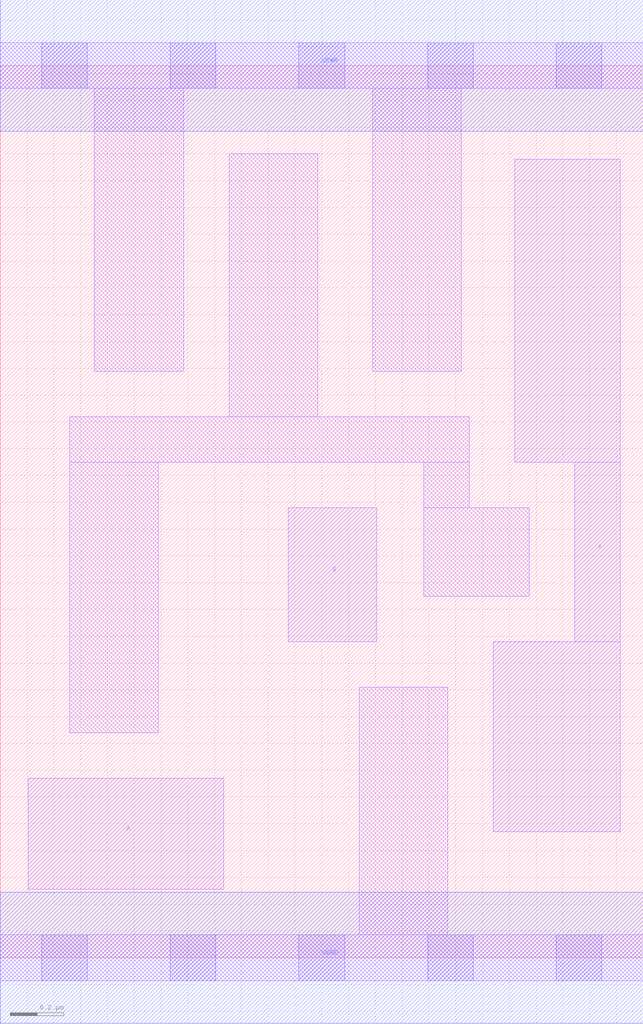
<source format=lef>
# Copyright 2020 The SkyWater PDK Authors
#
# Licensed under the Apache License, Version 2.0 (the "License");
# you may not use this file except in compliance with the License.
# You may obtain a copy of the License at
#
#     https://www.apache.org/licenses/LICENSE-2.0
#
# Unless required by applicable law or agreed to in writing, software
# distributed under the License is distributed on an "AS IS" BASIS,
# WITHOUT WARRANTIES OR CONDITIONS OF ANY KIND, either express or implied.
# See the License for the specific language governing permissions and
# limitations under the License.
#
# SPDX-License-Identifier: Apache-2.0

VERSION 5.7 ;
  NAMESCASESENSITIVE ON ;
  NOWIREEXTENSIONATPIN ON ;
  DIVIDERCHAR "/" ;
  BUSBITCHARS "[]" ;
UNITS
  DATABASE MICRONS 200 ;
END UNITS
MACRO sky130_fd_sc_hs__and2_1
  CLASS CORE ;
  SOURCE USER ;
  FOREIGN sky130_fd_sc_hs__and2_1 ;
  ORIGIN  0.000000  0.000000 ;
  SIZE  2.400000 BY  3.330000 ;
  SYMMETRY X Y ;
  SITE unit ;
  PIN A
    ANTENNAGATEAREA  0.222000 ;
    DIRECTION INPUT ;
    USE SIGNAL ;
    PORT
      LAYER li1 ;
        RECT 0.105000 0.255000 0.835000 0.670000 ;
    END
  END A
  PIN B
    ANTENNAGATEAREA  0.222000 ;
    DIRECTION INPUT ;
    USE SIGNAL ;
    PORT
      LAYER li1 ;
        RECT 1.075000 1.180000 1.405000 1.680000 ;
    END
  END B
  PIN X
    ANTENNADIFFAREA  0.541300 ;
    DIRECTION OUTPUT ;
    USE SIGNAL ;
    PORT
      LAYER li1 ;
        RECT 1.840000 0.470000 2.315000 1.180000 ;
        RECT 1.920000 1.850000 2.315000 2.980000 ;
        RECT 2.145000 1.180000 2.315000 1.850000 ;
    END
  END X
  PIN VGND
    DIRECTION INOUT ;
    USE GROUND ;
    PORT
      LAYER met1 ;
        RECT 0.000000 -0.245000 2.400000 0.245000 ;
    END
  END VGND
  PIN VPWR
    DIRECTION INOUT ;
    USE POWER ;
    PORT
      LAYER met1 ;
        RECT 0.000000 3.085000 2.400000 3.575000 ;
    END
  END VPWR
  OBS
    LAYER li1 ;
      RECT 0.000000 -0.085000 2.400000 0.085000 ;
      RECT 0.000000  3.245000 2.400000 3.415000 ;
      RECT 0.260000  0.840000 0.590000 1.850000 ;
      RECT 0.260000  1.850000 1.750000 2.020000 ;
      RECT 0.350000  2.190000 0.685000 3.245000 ;
      RECT 0.855000  2.020000 1.185000 3.000000 ;
      RECT 1.340000  0.085000 1.670000 1.010000 ;
      RECT 1.390000  2.190000 1.720000 3.245000 ;
      RECT 1.580000  1.350000 1.975000 1.680000 ;
      RECT 1.580000  1.680000 1.750000 1.850000 ;
    LAYER mcon ;
      RECT 0.155000 -0.085000 0.325000 0.085000 ;
      RECT 0.155000  3.245000 0.325000 3.415000 ;
      RECT 0.635000 -0.085000 0.805000 0.085000 ;
      RECT 0.635000  3.245000 0.805000 3.415000 ;
      RECT 1.115000 -0.085000 1.285000 0.085000 ;
      RECT 1.115000  3.245000 1.285000 3.415000 ;
      RECT 1.595000 -0.085000 1.765000 0.085000 ;
      RECT 1.595000  3.245000 1.765000 3.415000 ;
      RECT 2.075000 -0.085000 2.245000 0.085000 ;
      RECT 2.075000  3.245000 2.245000 3.415000 ;
  END
END sky130_fd_sc_hs__and2_1
END LIBRARY

</source>
